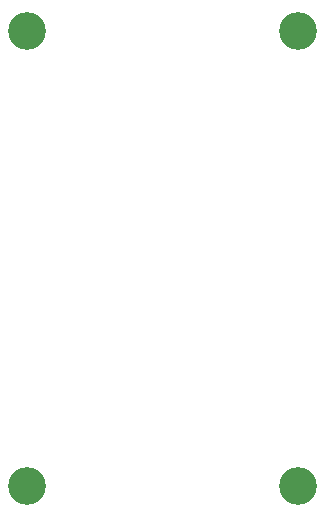
<source format=gbr>
%TF.GenerationSoftware,KiCad,Pcbnew,9.0.0*%
%TF.CreationDate,2025-04-27T22:50:56+02:00*%
%TF.ProjectId,OOS - optyczny odbiornik sygnalow,4f4f5320-2d20-46f7-9074-79637a6e7920,rev?*%
%TF.SameCoordinates,Original*%
%TF.FileFunction,NonPlated,1,2,NPTH,Drill*%
%TF.FilePolarity,Positive*%
%FSLAX46Y46*%
G04 Gerber Fmt 4.6, Leading zero omitted, Abs format (unit mm)*
G04 Created by KiCad (PCBNEW 9.0.0) date 2025-04-27 22:50:56*
%MOMM*%
%LPD*%
G01*
G04 APERTURE LIST*
%TA.AperFunction,ComponentDrill*%
%ADD10C,3.200000*%
%TD*%
G04 APERTURE END LIST*
D10*
%TO.C,H1*%
X176920000Y-76910000D03*
%TO.C,H4*%
X176920000Y-115380000D03*
%TO.C,H2*%
X199920000Y-76910000D03*
%TO.C,H3*%
X199920000Y-115380000D03*
M02*

</source>
